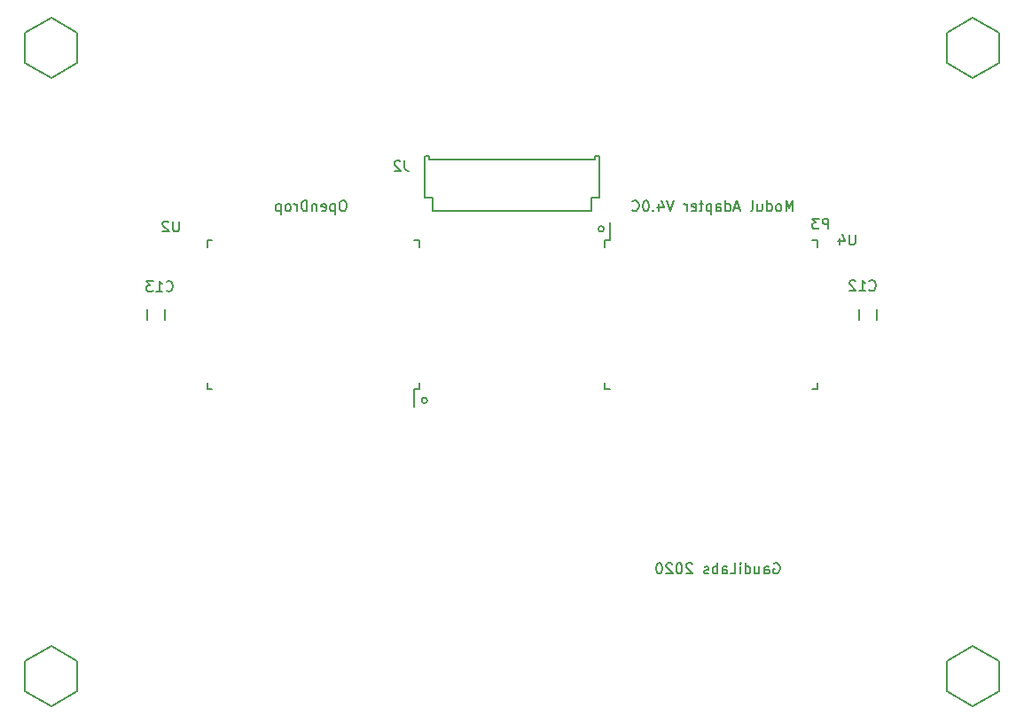
<source format=gbr>
G04 #@! TF.GenerationSoftware,KiCad,Pcbnew,5.0.2-bee76a0~70~ubuntu18.04.1*
G04 #@! TF.CreationDate,2020-10-26T08:34:28+01:00*
G04 #@! TF.ProjectId,ModulAdapter_Verv2,4d6f6475-6c41-4646-9170-7465725f5665,rev?*
G04 #@! TF.SameCoordinates,Original*
G04 #@! TF.FileFunction,Legend,Bot*
G04 #@! TF.FilePolarity,Positive*
%FSLAX46Y46*%
G04 Gerber Fmt 4.6, Leading zero omitted, Abs format (unit mm)*
G04 Created by KiCad (PCBNEW 5.0.2-bee76a0~70~ubuntu18.04.1) date Mo 26 Okt 2020 08:34:28 CET*
%MOMM*%
%LPD*%
G01*
G04 APERTURE LIST*
%ADD10C,0.150000*%
G04 APERTURE END LIST*
D10*
X124992933Y-123274400D02*
X125088171Y-123226780D01*
X125231028Y-123226780D01*
X125373885Y-123274400D01*
X125469123Y-123369638D01*
X125516742Y-123464876D01*
X125564361Y-123655352D01*
X125564361Y-123798209D01*
X125516742Y-123988685D01*
X125469123Y-124083923D01*
X125373885Y-124179161D01*
X125231028Y-124226780D01*
X125135790Y-124226780D01*
X124992933Y-124179161D01*
X124945314Y-124131542D01*
X124945314Y-123798209D01*
X125135790Y-123798209D01*
X124088171Y-124226780D02*
X124088171Y-123702971D01*
X124135790Y-123607733D01*
X124231028Y-123560114D01*
X124421504Y-123560114D01*
X124516742Y-123607733D01*
X124088171Y-124179161D02*
X124183409Y-124226780D01*
X124421504Y-124226780D01*
X124516742Y-124179161D01*
X124564361Y-124083923D01*
X124564361Y-123988685D01*
X124516742Y-123893447D01*
X124421504Y-123845828D01*
X124183409Y-123845828D01*
X124088171Y-123798209D01*
X123183409Y-123560114D02*
X123183409Y-124226780D01*
X123611980Y-123560114D02*
X123611980Y-124083923D01*
X123564361Y-124179161D01*
X123469123Y-124226780D01*
X123326266Y-124226780D01*
X123231028Y-124179161D01*
X123183409Y-124131542D01*
X122278647Y-124226780D02*
X122278647Y-123226780D01*
X122278647Y-124179161D02*
X122373885Y-124226780D01*
X122564361Y-124226780D01*
X122659600Y-124179161D01*
X122707219Y-124131542D01*
X122754838Y-124036304D01*
X122754838Y-123750590D01*
X122707219Y-123655352D01*
X122659600Y-123607733D01*
X122564361Y-123560114D01*
X122373885Y-123560114D01*
X122278647Y-123607733D01*
X121802457Y-124226780D02*
X121802457Y-123560114D01*
X121802457Y-123226780D02*
X121850076Y-123274400D01*
X121802457Y-123322019D01*
X121754838Y-123274400D01*
X121802457Y-123226780D01*
X121802457Y-123322019D01*
X120850076Y-124226780D02*
X121326266Y-124226780D01*
X121326266Y-123226780D01*
X120088171Y-124226780D02*
X120088171Y-123702971D01*
X120135790Y-123607733D01*
X120231028Y-123560114D01*
X120421504Y-123560114D01*
X120516742Y-123607733D01*
X120088171Y-124179161D02*
X120183409Y-124226780D01*
X120421504Y-124226780D01*
X120516742Y-124179161D01*
X120564361Y-124083923D01*
X120564361Y-123988685D01*
X120516742Y-123893447D01*
X120421504Y-123845828D01*
X120183409Y-123845828D01*
X120088171Y-123798209D01*
X119611980Y-124226780D02*
X119611980Y-123226780D01*
X119611980Y-123607733D02*
X119516742Y-123560114D01*
X119326266Y-123560114D01*
X119231028Y-123607733D01*
X119183409Y-123655352D01*
X119135790Y-123750590D01*
X119135790Y-124036304D01*
X119183409Y-124131542D01*
X119231028Y-124179161D01*
X119326266Y-124226780D01*
X119516742Y-124226780D01*
X119611980Y-124179161D01*
X118754838Y-124179161D02*
X118659600Y-124226780D01*
X118469123Y-124226780D01*
X118373885Y-124179161D01*
X118326266Y-124083923D01*
X118326266Y-124036304D01*
X118373885Y-123941066D01*
X118469123Y-123893447D01*
X118611980Y-123893447D01*
X118707219Y-123845828D01*
X118754838Y-123750590D01*
X118754838Y-123702971D01*
X118707219Y-123607733D01*
X118611980Y-123560114D01*
X118469123Y-123560114D01*
X118373885Y-123607733D01*
X117183409Y-123322019D02*
X117135790Y-123274400D01*
X117040552Y-123226780D01*
X116802457Y-123226780D01*
X116707219Y-123274400D01*
X116659600Y-123322019D01*
X116611980Y-123417257D01*
X116611980Y-123512495D01*
X116659600Y-123655352D01*
X117231028Y-124226780D01*
X116611980Y-124226780D01*
X115992933Y-123226780D02*
X115897695Y-123226780D01*
X115802457Y-123274400D01*
X115754838Y-123322019D01*
X115707219Y-123417257D01*
X115659600Y-123607733D01*
X115659600Y-123845828D01*
X115707219Y-124036304D01*
X115754838Y-124131542D01*
X115802457Y-124179161D01*
X115897695Y-124226780D01*
X115992933Y-124226780D01*
X116088171Y-124179161D01*
X116135790Y-124131542D01*
X116183409Y-124036304D01*
X116231028Y-123845828D01*
X116231028Y-123607733D01*
X116183409Y-123417257D01*
X116135790Y-123322019D01*
X116088171Y-123274400D01*
X115992933Y-123226780D01*
X115278647Y-123322019D02*
X115231028Y-123274400D01*
X115135790Y-123226780D01*
X114897695Y-123226780D01*
X114802457Y-123274400D01*
X114754838Y-123322019D01*
X114707219Y-123417257D01*
X114707219Y-123512495D01*
X114754838Y-123655352D01*
X115326266Y-124226780D01*
X114707219Y-124226780D01*
X114088171Y-123226780D02*
X113992933Y-123226780D01*
X113897695Y-123274400D01*
X113850076Y-123322019D01*
X113802457Y-123417257D01*
X113754838Y-123607733D01*
X113754838Y-123845828D01*
X113802457Y-124036304D01*
X113850076Y-124131542D01*
X113897695Y-124179161D01*
X113992933Y-124226780D01*
X114088171Y-124226780D01*
X114183409Y-124179161D01*
X114231028Y-124131542D01*
X114278647Y-124036304D01*
X114326266Y-123845828D01*
X114326266Y-123607733D01*
X114278647Y-123417257D01*
X114231028Y-123322019D01*
X114183409Y-123274400D01*
X114088171Y-123226780D01*
X83940457Y-88593880D02*
X83749980Y-88593880D01*
X83654742Y-88641500D01*
X83559504Y-88736738D01*
X83511885Y-88927214D01*
X83511885Y-89260547D01*
X83559504Y-89451023D01*
X83654742Y-89546261D01*
X83749980Y-89593880D01*
X83940457Y-89593880D01*
X84035695Y-89546261D01*
X84130933Y-89451023D01*
X84178552Y-89260547D01*
X84178552Y-88927214D01*
X84130933Y-88736738D01*
X84035695Y-88641500D01*
X83940457Y-88593880D01*
X83083314Y-88927214D02*
X83083314Y-89927214D01*
X83083314Y-88974833D02*
X82988076Y-88927214D01*
X82797600Y-88927214D01*
X82702361Y-88974833D01*
X82654742Y-89022452D01*
X82607123Y-89117690D01*
X82607123Y-89403404D01*
X82654742Y-89498642D01*
X82702361Y-89546261D01*
X82797600Y-89593880D01*
X82988076Y-89593880D01*
X83083314Y-89546261D01*
X81797600Y-89546261D02*
X81892838Y-89593880D01*
X82083314Y-89593880D01*
X82178552Y-89546261D01*
X82226171Y-89451023D01*
X82226171Y-89070071D01*
X82178552Y-88974833D01*
X82083314Y-88927214D01*
X81892838Y-88927214D01*
X81797600Y-88974833D01*
X81749980Y-89070071D01*
X81749980Y-89165309D01*
X82226171Y-89260547D01*
X81321409Y-88927214D02*
X81321409Y-89593880D01*
X81321409Y-89022452D02*
X81273790Y-88974833D01*
X81178552Y-88927214D01*
X81035695Y-88927214D01*
X80940457Y-88974833D01*
X80892838Y-89070071D01*
X80892838Y-89593880D01*
X80416647Y-89593880D02*
X80416647Y-88593880D01*
X80178552Y-88593880D01*
X80035695Y-88641500D01*
X79940457Y-88736738D01*
X79892838Y-88831976D01*
X79845219Y-89022452D01*
X79845219Y-89165309D01*
X79892838Y-89355785D01*
X79940457Y-89451023D01*
X80035695Y-89546261D01*
X80178552Y-89593880D01*
X80416647Y-89593880D01*
X79416647Y-89593880D02*
X79416647Y-88927214D01*
X79416647Y-89117690D02*
X79369028Y-89022452D01*
X79321409Y-88974833D01*
X79226171Y-88927214D01*
X79130933Y-88927214D01*
X78654742Y-89593880D02*
X78749980Y-89546261D01*
X78797600Y-89498642D01*
X78845219Y-89403404D01*
X78845219Y-89117690D01*
X78797600Y-89022452D01*
X78749980Y-88974833D01*
X78654742Y-88927214D01*
X78511885Y-88927214D01*
X78416647Y-88974833D01*
X78369028Y-89022452D01*
X78321409Y-89117690D01*
X78321409Y-89403404D01*
X78369028Y-89498642D01*
X78416647Y-89546261D01*
X78511885Y-89593880D01*
X78654742Y-89593880D01*
X77892838Y-88927214D02*
X77892838Y-89927214D01*
X77892838Y-88974833D02*
X77797600Y-88927214D01*
X77607123Y-88927214D01*
X77511885Y-88974833D01*
X77464266Y-89022452D01*
X77416647Y-89117690D01*
X77416647Y-89403404D01*
X77464266Y-89498642D01*
X77511885Y-89546261D01*
X77607123Y-89593880D01*
X77797600Y-89593880D01*
X77892838Y-89546261D01*
X126819857Y-89593880D02*
X126819857Y-88593880D01*
X126486523Y-89308166D01*
X126153190Y-88593880D01*
X126153190Y-89593880D01*
X125534142Y-89593880D02*
X125629380Y-89546261D01*
X125677000Y-89498642D01*
X125724619Y-89403404D01*
X125724619Y-89117690D01*
X125677000Y-89022452D01*
X125629380Y-88974833D01*
X125534142Y-88927214D01*
X125391285Y-88927214D01*
X125296047Y-88974833D01*
X125248428Y-89022452D01*
X125200809Y-89117690D01*
X125200809Y-89403404D01*
X125248428Y-89498642D01*
X125296047Y-89546261D01*
X125391285Y-89593880D01*
X125534142Y-89593880D01*
X124343666Y-89593880D02*
X124343666Y-88593880D01*
X124343666Y-89546261D02*
X124438904Y-89593880D01*
X124629380Y-89593880D01*
X124724619Y-89546261D01*
X124772238Y-89498642D01*
X124819857Y-89403404D01*
X124819857Y-89117690D01*
X124772238Y-89022452D01*
X124724619Y-88974833D01*
X124629380Y-88927214D01*
X124438904Y-88927214D01*
X124343666Y-88974833D01*
X123438904Y-88927214D02*
X123438904Y-89593880D01*
X123867476Y-88927214D02*
X123867476Y-89451023D01*
X123819857Y-89546261D01*
X123724619Y-89593880D01*
X123581761Y-89593880D01*
X123486523Y-89546261D01*
X123438904Y-89498642D01*
X122819857Y-89593880D02*
X122915095Y-89546261D01*
X122962714Y-89451023D01*
X122962714Y-88593880D01*
X121724619Y-89308166D02*
X121248428Y-89308166D01*
X121819857Y-89593880D02*
X121486523Y-88593880D01*
X121153190Y-89593880D01*
X120391285Y-89593880D02*
X120391285Y-88593880D01*
X120391285Y-89546261D02*
X120486523Y-89593880D01*
X120677000Y-89593880D01*
X120772238Y-89546261D01*
X120819857Y-89498642D01*
X120867476Y-89403404D01*
X120867476Y-89117690D01*
X120819857Y-89022452D01*
X120772238Y-88974833D01*
X120677000Y-88927214D01*
X120486523Y-88927214D01*
X120391285Y-88974833D01*
X119486523Y-89593880D02*
X119486523Y-89070071D01*
X119534142Y-88974833D01*
X119629380Y-88927214D01*
X119819857Y-88927214D01*
X119915095Y-88974833D01*
X119486523Y-89546261D02*
X119581761Y-89593880D01*
X119819857Y-89593880D01*
X119915095Y-89546261D01*
X119962714Y-89451023D01*
X119962714Y-89355785D01*
X119915095Y-89260547D01*
X119819857Y-89212928D01*
X119581761Y-89212928D01*
X119486523Y-89165309D01*
X119010333Y-88927214D02*
X119010333Y-89927214D01*
X119010333Y-88974833D02*
X118915095Y-88927214D01*
X118724619Y-88927214D01*
X118629380Y-88974833D01*
X118581761Y-89022452D01*
X118534142Y-89117690D01*
X118534142Y-89403404D01*
X118581761Y-89498642D01*
X118629380Y-89546261D01*
X118724619Y-89593880D01*
X118915095Y-89593880D01*
X119010333Y-89546261D01*
X118248428Y-88927214D02*
X117867476Y-88927214D01*
X118105571Y-88593880D02*
X118105571Y-89451023D01*
X118057952Y-89546261D01*
X117962714Y-89593880D01*
X117867476Y-89593880D01*
X117153190Y-89546261D02*
X117248428Y-89593880D01*
X117438904Y-89593880D01*
X117534142Y-89546261D01*
X117581761Y-89451023D01*
X117581761Y-89070071D01*
X117534142Y-88974833D01*
X117438904Y-88927214D01*
X117248428Y-88927214D01*
X117153190Y-88974833D01*
X117105571Y-89070071D01*
X117105571Y-89165309D01*
X117581761Y-89260547D01*
X116677000Y-89593880D02*
X116677000Y-88927214D01*
X116677000Y-89117690D02*
X116629380Y-89022452D01*
X116581761Y-88974833D01*
X116486523Y-88927214D01*
X116391285Y-88927214D01*
X115438904Y-88593880D02*
X115105571Y-89593880D01*
X114772238Y-88593880D01*
X114010333Y-88927214D02*
X114010333Y-89593880D01*
X114248428Y-88546261D02*
X114486523Y-89260547D01*
X113867476Y-89260547D01*
X113486523Y-89498642D02*
X113438904Y-89546261D01*
X113486523Y-89593880D01*
X113534142Y-89546261D01*
X113486523Y-89498642D01*
X113486523Y-89593880D01*
X112819857Y-88593880D02*
X112724619Y-88593880D01*
X112629380Y-88641500D01*
X112581761Y-88689119D01*
X112534142Y-88784357D01*
X112486523Y-88974833D01*
X112486523Y-89212928D01*
X112534142Y-89403404D01*
X112581761Y-89498642D01*
X112629380Y-89546261D01*
X112724619Y-89593880D01*
X112819857Y-89593880D01*
X112915095Y-89546261D01*
X112962714Y-89498642D01*
X113010333Y-89403404D01*
X113057952Y-89212928D01*
X113057952Y-88974833D01*
X113010333Y-88784357D01*
X112962714Y-88689119D01*
X112915095Y-88641500D01*
X112819857Y-88593880D01*
X111486523Y-89498642D02*
X111534142Y-89546261D01*
X111677000Y-89593880D01*
X111772238Y-89593880D01*
X111915095Y-89546261D01*
X112010333Y-89451023D01*
X112057952Y-89355785D01*
X112105571Y-89165309D01*
X112105571Y-89022452D01*
X112057952Y-88831976D01*
X112010333Y-88736738D01*
X111915095Y-88641500D01*
X111772238Y-88593880D01*
X111677000Y-88593880D01*
X111534142Y-88641500D01*
X111486523Y-88689119D01*
X108778408Y-91300500D02*
G75*
G03X108778408Y-91300500I-269408J0D01*
G01*
X91887408Y-107683500D02*
G75*
G03X91887408Y-107683500I-269408J0D01*
G01*
G04 #@! TO.C,U4*
X109325000Y-92375000D02*
X109325000Y-90700000D01*
X108875000Y-106625000D02*
X108875000Y-105975000D01*
X129125000Y-106625000D02*
X129125000Y-105975000D01*
X129125000Y-92375000D02*
X129125000Y-93025000D01*
X108875000Y-92375000D02*
X108875000Y-93025000D01*
X129125000Y-92375000D02*
X128675000Y-92375000D01*
X129125000Y-106625000D02*
X128675000Y-106625000D01*
X108875000Y-106625000D02*
X109325000Y-106625000D01*
X108875000Y-92375000D02*
X109325000Y-92375000D01*
G04 #@! TO.C,U2*
X90675000Y-106625000D02*
X90675000Y-108300000D01*
X91125000Y-92375000D02*
X91125000Y-93025000D01*
X70875000Y-92375000D02*
X70875000Y-93025000D01*
X70875000Y-106625000D02*
X70875000Y-105975000D01*
X91125000Y-106625000D02*
X91125000Y-105975000D01*
X70875000Y-106625000D02*
X71325000Y-106625000D01*
X70875000Y-92375000D02*
X71325000Y-92375000D01*
X91125000Y-92375000D02*
X90675000Y-92375000D01*
X91125000Y-106625000D02*
X90675000Y-106625000D01*
G04 #@! TO.C,C12*
X134850000Y-99000000D02*
X134850000Y-100000000D01*
X133150000Y-100000000D02*
X133150000Y-99000000D01*
G04 #@! TO.C,C13*
X65150000Y-100000000D02*
X65150000Y-99000000D01*
X66850000Y-99000000D02*
X66850000Y-100000000D01*
G04 #@! TO.C,P13*
X58500000Y-72560000D02*
X58500000Y-75440000D01*
X58500000Y-72560000D02*
X56000000Y-71120000D01*
X58500000Y-75440000D02*
X56000000Y-76880000D01*
X56000000Y-76880000D02*
X53500000Y-75440000D01*
X53500000Y-75440000D02*
X53500000Y-72560000D01*
X53500000Y-72560000D02*
X56000000Y-71120000D01*
G04 #@! TO.C,P14*
X141500000Y-72560000D02*
X144000000Y-71120000D01*
X141500000Y-75440000D02*
X141500000Y-72560000D01*
X144000000Y-76880000D02*
X141500000Y-75440000D01*
X146500000Y-75440000D02*
X144000000Y-76880000D01*
X146500000Y-72560000D02*
X144000000Y-71120000D01*
X146500000Y-72560000D02*
X146500000Y-75440000D01*
G04 #@! TO.C,P15*
X53500000Y-132560000D02*
X56000000Y-131120000D01*
X53500000Y-135440000D02*
X53500000Y-132560000D01*
X56000000Y-136880000D02*
X53500000Y-135440000D01*
X58500000Y-135440000D02*
X56000000Y-136880000D01*
X58500000Y-132560000D02*
X56000000Y-131120000D01*
X58500000Y-132560000D02*
X58500000Y-135440000D01*
G04 #@! TO.C,P17*
X146500000Y-132560000D02*
X146500000Y-135440000D01*
X146500000Y-132560000D02*
X144000000Y-131120000D01*
X146500000Y-135440000D02*
X144000000Y-136880000D01*
X144000000Y-136880000D02*
X141500000Y-135440000D01*
X141500000Y-135440000D02*
X141500000Y-132560000D01*
X141500000Y-132560000D02*
X144000000Y-131120000D01*
G04 #@! TO.C,J2*
X92100000Y-84700000D02*
X92100000Y-84300000D01*
X107900000Y-84700000D02*
X107900000Y-84300000D01*
X91650000Y-88300000D02*
X92450000Y-88300000D01*
X108350000Y-88300000D02*
X107550000Y-88300000D01*
X92450000Y-89600000D02*
X107550000Y-89600000D01*
X91700000Y-84300000D02*
X92100000Y-84300000D01*
X108300000Y-84300000D02*
X107900000Y-84300000D01*
X108350000Y-84300000D02*
X108350000Y-88300000D01*
X91650000Y-84300000D02*
X91650000Y-88300000D01*
X107550000Y-88300000D02*
X107550000Y-89600000D01*
X92450000Y-88300000D02*
X92450000Y-89600000D01*
X107900000Y-84700000D02*
X92100000Y-84700000D01*
G04 #@! TO.C,U4*
X132765904Y-91832380D02*
X132765904Y-92641904D01*
X132718285Y-92737142D01*
X132670666Y-92784761D01*
X132575428Y-92832380D01*
X132384952Y-92832380D01*
X132289714Y-92784761D01*
X132242095Y-92737142D01*
X132194476Y-92641904D01*
X132194476Y-91832380D01*
X131289714Y-92165714D02*
X131289714Y-92832380D01*
X131527809Y-91784761D02*
X131765904Y-92499047D01*
X131146857Y-92499047D01*
G04 #@! TO.C,U2*
X68186404Y-90562380D02*
X68186404Y-91371904D01*
X68138785Y-91467142D01*
X68091166Y-91514761D01*
X67995928Y-91562380D01*
X67805452Y-91562380D01*
X67710214Y-91514761D01*
X67662595Y-91467142D01*
X67614976Y-91371904D01*
X67614976Y-90562380D01*
X67186404Y-90657619D02*
X67138785Y-90610000D01*
X67043547Y-90562380D01*
X66805452Y-90562380D01*
X66710214Y-90610000D01*
X66662595Y-90657619D01*
X66614976Y-90752857D01*
X66614976Y-90848095D01*
X66662595Y-90990952D01*
X67234023Y-91562380D01*
X66614976Y-91562380D01*
G04 #@! TO.C,C12*
X134107357Y-97118642D02*
X134154976Y-97166261D01*
X134297833Y-97213880D01*
X134393071Y-97213880D01*
X134535928Y-97166261D01*
X134631166Y-97071023D01*
X134678785Y-96975785D01*
X134726404Y-96785309D01*
X134726404Y-96642452D01*
X134678785Y-96451976D01*
X134631166Y-96356738D01*
X134535928Y-96261500D01*
X134393071Y-96213880D01*
X134297833Y-96213880D01*
X134154976Y-96261500D01*
X134107357Y-96309119D01*
X133154976Y-97213880D02*
X133726404Y-97213880D01*
X133440690Y-97213880D02*
X133440690Y-96213880D01*
X133535928Y-96356738D01*
X133631166Y-96451976D01*
X133726404Y-96499595D01*
X132774023Y-96309119D02*
X132726404Y-96261500D01*
X132631166Y-96213880D01*
X132393071Y-96213880D01*
X132297833Y-96261500D01*
X132250214Y-96309119D01*
X132202595Y-96404357D01*
X132202595Y-96499595D01*
X132250214Y-96642452D01*
X132821642Y-97213880D01*
X132202595Y-97213880D01*
G04 #@! TO.C,C13*
X66987857Y-97182142D02*
X67035476Y-97229761D01*
X67178333Y-97277380D01*
X67273571Y-97277380D01*
X67416428Y-97229761D01*
X67511666Y-97134523D01*
X67559285Y-97039285D01*
X67606904Y-96848809D01*
X67606904Y-96705952D01*
X67559285Y-96515476D01*
X67511666Y-96420238D01*
X67416428Y-96325000D01*
X67273571Y-96277380D01*
X67178333Y-96277380D01*
X67035476Y-96325000D01*
X66987857Y-96372619D01*
X66035476Y-97277380D02*
X66606904Y-97277380D01*
X66321190Y-97277380D02*
X66321190Y-96277380D01*
X66416428Y-96420238D01*
X66511666Y-96515476D01*
X66606904Y-96563095D01*
X65702142Y-96277380D02*
X65083095Y-96277380D01*
X65416428Y-96658333D01*
X65273571Y-96658333D01*
X65178333Y-96705952D01*
X65130714Y-96753571D01*
X65083095Y-96848809D01*
X65083095Y-97086904D01*
X65130714Y-97182142D01*
X65178333Y-97229761D01*
X65273571Y-97277380D01*
X65559285Y-97277380D01*
X65654523Y-97229761D01*
X65702142Y-97182142D01*
G04 #@! TO.C,J2*
X89733333Y-84752380D02*
X89733333Y-85466666D01*
X89780952Y-85609523D01*
X89876190Y-85704761D01*
X90019047Y-85752380D01*
X90114285Y-85752380D01*
X89304761Y-84847619D02*
X89257142Y-84800000D01*
X89161904Y-84752380D01*
X88923809Y-84752380D01*
X88828571Y-84800000D01*
X88780952Y-84847619D01*
X88733333Y-84942857D01*
X88733333Y-85038095D01*
X88780952Y-85180952D01*
X89352380Y-85752380D01*
X88733333Y-85752380D01*
G04 #@! TO.C,P3*
X130202095Y-91308380D02*
X130202095Y-90308380D01*
X129821142Y-90308380D01*
X129725904Y-90356000D01*
X129678285Y-90403619D01*
X129630666Y-90498857D01*
X129630666Y-90641714D01*
X129678285Y-90736952D01*
X129725904Y-90784571D01*
X129821142Y-90832190D01*
X130202095Y-90832190D01*
X129297333Y-90308380D02*
X128678285Y-90308380D01*
X129011619Y-90689333D01*
X128868761Y-90689333D01*
X128773523Y-90736952D01*
X128725904Y-90784571D01*
X128678285Y-90879809D01*
X128678285Y-91117904D01*
X128725904Y-91213142D01*
X128773523Y-91260761D01*
X128868761Y-91308380D01*
X129154476Y-91308380D01*
X129249714Y-91260761D01*
X129297333Y-91213142D01*
G04 #@! TD*
M02*

</source>
